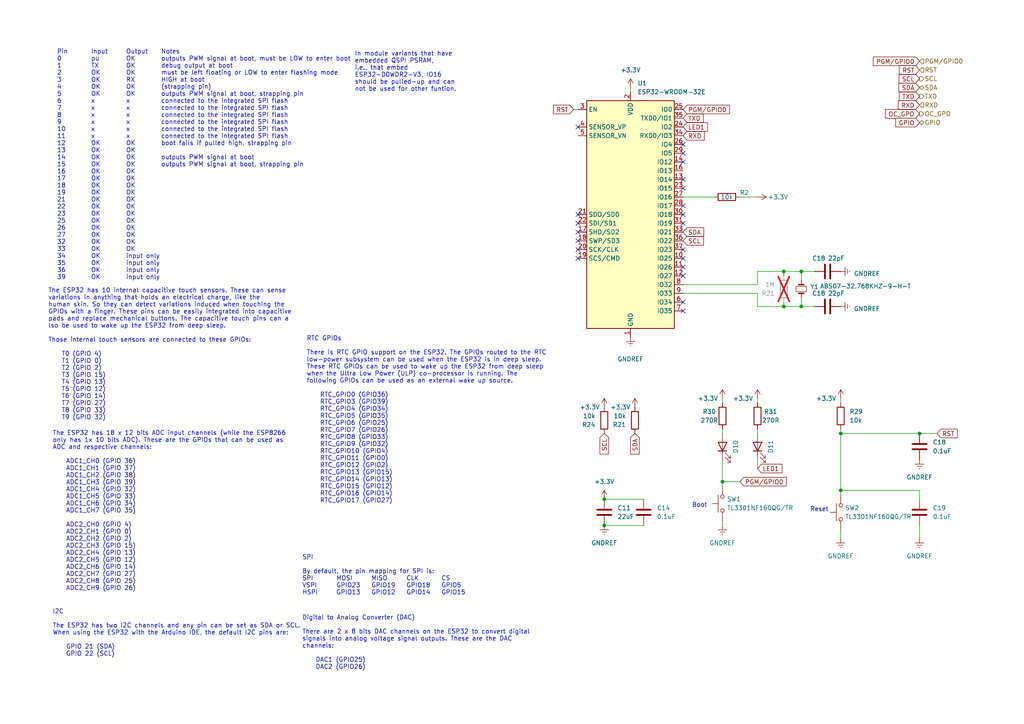
<source format=kicad_sch>
(kicad_sch (version 20230121) (generator eeschema)
  (paper "A4")
  (lib_symbols
    (symbol "Device:C" (pin_numbers hide) (pin_names (offset 0.254))
      (property "Reference" "C" (at 0.635 2.54 0))
      (property "Value" "C" (at 0.635 -2.54 0))
      (symbol "C_0_1"
        (polyline (pts (xy -2.032 -0.762) (xy 2.032 -0.762)) (stroke (width 0.508)))
        (polyline (pts (xy -2.032 0.762) (xy 2.032 0.762)) (stroke (width 0.508)))
      )
      (symbol "C_1_1"
        (pin passive line (at 0 3.81 270) (length 2.794) (name "~") (number "1"))
        (pin passive line (at 0 -3.81 90) (length 2.794) (name "~") (number "2"))
      )
    )
    (symbol "Device:Crystal_Small" (pin_numbers hide) (pin_names (offset 1.016) hide)
      (property "Reference" "Y" (at 0 2.54 0))
      (property "Value" "Crystal_Small" (at 0 -2.54 0))
      (symbol "Crystal_Small_0_1"
        (rectangle (start -0.762 -1.524) (end 0.762 1.524))
        (polyline (pts (xy -1.27 -0.762) (xy -1.27 0.762)) (stroke (width 0.381)))
        (polyline (pts (xy 1.27 -0.762) (xy 1.27 0.762)) (stroke (width 0.381)))
      )
      (symbol "Crystal_Small_1_1"
        (pin passive line (at -2.54 0 0) (length 1.27) (name "1") (number "1"))
        (pin passive line (at 2.54 0 180) (length 1.27) (name "2") (number "2"))
      )
    )
    (symbol "Device:LED" (pin_numbers hide) (pin_names (offset 1.016) hide)
      (property "Reference" "D" (at 0 2.54 0))
      (property "Value" "LED" (at 0 -2.54 0))
      (symbol "LED_0_1"
        (polyline (pts (xy -1.27 -1.27) (xy -1.27 1.27)) (stroke (width 0.254)))
        (polyline (pts (xy -1.27 0) (xy 1.27 0)))
        (polyline (pts (xy 1.27 -1.27) (xy 1.27 1.27) (xy -1.27 0) (xy 1.27 -1.27)) (stroke (width 0.254)))
        (polyline (pts (xy -3.048 -0.762) (xy -4.572 -2.286) (xy -3.81 -2.286) (xy -4.572 -2.286) (xy -4.572 -1.524)))
        (polyline (pts (xy -1.778 -0.762) (xy -3.302 -2.286) (xy -2.54 -2.286) (xy -3.302 -2.286) (xy -3.302 -1.524)))
      )
      (symbol "LED_1_1"
        (pin passive line (at -3.81 0 0) (length 2.54) (name "K") (number "1"))
        (pin passive line (at 3.81 0 180) (length 2.54) (name "A") (number "2"))
      )
    )
    (symbol "Device:R" (pin_numbers hide) (pin_names (offset 0))
      (property "Reference" "R" (at 2.032 0 90))
      (property "Value" "R" (at 0 0 90))
      (symbol "R_0_1"
        (rectangle (start -1.016 -2.54) (end 1.016 2.54) (stroke (width 0.254)))
      )
      (symbol "R_1_1"
        (pin passive line (at 0 3.81 270) (length 1.27) (name "~") (number "1"))
        (pin passive line (at 0 -3.81 90) (length 1.27) (name "~") (number "2"))
      )
    )
    (symbol "RF_Module:ESP32-WROOM-32D"
      (property "Reference" "U" (at -12.7 34.29 0))
      (property "Value" "ESP32-WROOM-32D" (at 1.27 34.29 0))
      (symbol "ESP32-WROOM-32D_0_1"
        (rectangle (start -12.7 33.02) (end 12.7 -33.02) (stroke (width 0.254)) (fill (type background)))
      )
      (symbol "ESP32-WROOM-32D_1_1"
        (pin power_in line (at 0 -35.56 90) (length 2.54) (name "GND") (number "1"))
        (pin bidirectional line (at 15.24 -12.7 180) (length 2.54) (name "IO25") (number "10"))
        (pin bidirectional line (at 15.24 -15.24 180) (length 2.54) (name "IO26") (number "11"))
        (pin bidirectional line (at 15.24 -17.78 180) (length 2.54) (name "IO27") (number "12"))
        (pin bidirectional line (at 15.24 10.16 180) (length 2.54) (name "IO14") (number "13"))
        (pin bidirectional line (at 15.24 15.24 180) (length 2.54) (name "IO12") (number "14"))
        (pin passive line (at 0 -35.56 90) (length 2.54) hide (name "GND") (number "15"))
        (pin bidirectional line (at 15.24 12.7 180) (length 2.54) (name "IO13") (number "16"))
        (pin bidirectional line (at -15.24 -5.08 0) (length 2.54) (name "SHD/SD2") (number "17"))
        (pin bidirectional line (at -15.24 -7.62 0) (length 2.54) (name "SWP/SD3") (number "18"))
        (pin bidirectional line (at -15.24 -12.7 0) (length 2.54) (name "SCS/CMD") (number "19"))
        (pin power_in line (at 0 35.56 270) (length 2.54) (name "VDD") (number "2"))
        (pin bidirectional line (at -15.24 -10.16 0) (length 2.54) (name "SCK/CLK") (number "20"))
        (pin bidirectional line (at -15.24 0 0) (length 2.54) (name "SDO/SD0") (number "21"))
        (pin bidirectional line (at -15.24 -2.54 0) (length 2.54) (name "SDI/SD1") (number "22"))
        (pin bidirectional line (at 15.24 7.62 180) (length 2.54) (name "IO15") (number "23"))
        (pin bidirectional line (at 15.24 25.4 180) (length 2.54) (name "IO2") (number "24"))
        (pin bidirectional line (at 15.24 30.48 180) (length 2.54) (name "IO0") (number "25"))
        (pin bidirectional line (at 15.24 20.32 180) (length 2.54) (name "IO4") (number "26"))
        (pin bidirectional line (at 15.24 5.08 180) (length 2.54) (name "IO16") (number "27"))
        (pin bidirectional line (at 15.24 2.54 180) (length 2.54) (name "IO17") (number "28"))
        (pin bidirectional line (at 15.24 17.78 180) (length 2.54) (name "IO5") (number "29"))
        (pin input line (at -15.24 30.48 0) (length 2.54) (name "EN") (number "3"))
        (pin bidirectional line (at 15.24 0 180) (length 2.54) (name "IO18") (number "30"))
        (pin bidirectional line (at 15.24 -2.54 180) (length 2.54) (name "IO19") (number "31"))
        (pin no_connect line (at -12.7 -27.94 0) (length 2.54) hide (name "NC") (number "32"))
        (pin bidirectional line (at 15.24 -5.08 180) (length 2.54) (name "IO21") (number "33"))
        (pin bidirectional line (at 15.24 22.86 180) (length 2.54) (name "RXD0/IO3") (number "34"))
        (pin bidirectional line (at 15.24 27.94 180) (length 2.54) (name "TXD0/IO1") (number "35"))
        (pin bidirectional line (at 15.24 -7.62 180) (length 2.54) (name "IO22") (number "36"))
        (pin bidirectional line (at 15.24 -10.16 180) (length 2.54) (name "IO23") (number "37"))
        (pin passive line (at 0 -35.56 90) (length 2.54) hide (name "GND") (number "38"))
        (pin passive line (at 0 -35.56 90) (length 2.54) hide (name "GND") (number "39"))
        (pin input line (at -15.24 25.4 0) (length 2.54) (name "SENSOR_VP") (number "4"))
        (pin input line (at -15.24 22.86 0) (length 2.54) (name "SENSOR_VN") (number "5"))
        (pin input line (at 15.24 -25.4 180) (length 2.54) (name "IO34") (number "6"))
        (pin input line (at 15.24 -27.94 180) (length 2.54) (name "IO35") (number "7"))
        (pin bidirectional line (at 15.24 -20.32 180) (length 2.54) (name "IO32") (number "8"))
        (pin bidirectional line (at 15.24 -22.86 180) (length 2.54) (name "IO33") (number "9"))
      )
    )
    (symbol "Switch:SW_Push" (pin_numbers hide) (pin_names (offset 1.016) hide)
      (property "Reference" "SW" (at 1.27 2.54 0))
      (property "Value" "SW_Push" (at 0 -1.524 0))
      (symbol "SW_Push_0_1"
        (circle (center -2.032 0) (radius 0.508))
        (polyline (pts (xy 0 1.27) (xy 0 3.048)))
        (polyline (pts (xy 2.54 1.27) (xy -2.54 1.27)))
        (circle (center 2.032 0) (radius 0.508))
        (pin passive line (at -5.08 0 0) (length 2.54) (name "1") (number "1"))
        (pin passive line (at 5.08 0 180) (length 2.54) (name "2") (number "2"))
      )
    )
    (symbol "power:+3.3V" (power) (pin_names (offset 0))
      (property "Value" "+3.3V" (at 0 3.556 0))
      (symbol "+3.3V_0_1"
        (polyline (pts (xy -0.762 1.27) (xy 0 2.54)))
        (polyline (pts (xy 0 0) (xy 0 2.54)))
        (polyline (pts (xy 0 2.54) (xy 0.762 1.27)))
      )
      (symbol "+3.3V_1_1"
        (pin power_in line (at 0 0 90) (length 0) hide (name "+3.3V") (number "1"))
      )
    )
    (symbol "power:GNDREF" (power) (pin_names (offset 0))
      (property "Value" "GNDREF" (at 0 -3.81 0))
      (symbol "GNDREF_0_1"
        (polyline (pts (xy -0.635 -1.905) (xy 0.635 -1.905)))
        (polyline (pts (xy -0.127 -2.54) (xy 0.127 -2.54)))
        (polyline (pts (xy 0 -1.27) (xy 0 0)))
        (polyline (pts (xy 1.27 -1.27) (xy -1.27 -1.27)))
      )
      (symbol "GNDREF_1_1"
        (pin power_in line (at 0 0 270) (length 0) hide (name "GNDREF") (number "1"))
      )
    )
  )
  (junction (at 209.55 139.7))
  (junction (at 175.26 152.4))
  (junction (at 232.41 88.9))
  (junction (at 243.84 142.24))
  (junction (at 266.7 125.73))
  (junction (at 232.41 78.74))
  (junction (at 243.84 125.73))
  (junction (at 175.26 144.78))
  (junction (at 227.33 88.9))
  (junction (at 227.33 78.74))
  (no_connect (at 167.64 64.77))
  (no_connect (at 198.12 64.77))
  (no_connect (at 167.64 69.85))
  (no_connect (at 198.12 54.61))
  (no_connect (at 167.64 36.83))
  (no_connect (at 167.64 74.93))
  (no_connect (at 198.12 59.69))
  (no_connect (at 198.12 77.47))
  (no_connect (at 198.12 52.07))
  (no_connect (at 198.12 87.63))
  (no_connect (at 198.12 90.17))
  (no_connect (at 198.12 74.93))
  (no_connect (at 198.12 62.23))
  (no_connect (at 167.64 72.39))
  (no_connect (at 198.12 72.39))
  (no_connect (at 167.64 62.23))
  (no_connect (at 198.12 41.91))
  (no_connect (at 167.64 67.31))
  (no_connect (at 198.12 44.45))
  (no_connect (at 198.12 46.99))
  (no_connect (at 198.12 80.01))
  (wire (pts (xy 219.71 115.57) (xy 219.71 116.84)))
  (wire (pts (xy 266.7 152.4) (xy 266.7 156.21)))
  (wire (pts (xy 214.63 57.15) (xy 219.71 57.15)))
  (wire (pts (xy 219.71 133.35) (xy 219.71 135.89)))
  (wire (pts (xy 209.55 139.7) (xy 214.63 139.7)))
  (wire (pts (xy 209.55 133.35) (xy 209.55 139.7)))
  (wire (pts (xy 232.41 78.74) (xy 232.41 81.28)))
  (wire (pts (xy 232.41 78.74) (xy 236.22 78.74)))
  (wire (pts (xy 243.84 142.24) (xy 243.84 143.51)))
  (wire (pts (xy 227.33 78.74) (xy 232.41 78.74)))
  (wire (pts (xy 266.7 125.73) (xy 271.78 125.73)))
  (wire (pts (xy 198.12 82.55) (xy 219.71 82.55)))
  (wire (pts (xy 209.55 124.46) (xy 209.55 125.73)))
  (wire (pts (xy 243.84 124.46) (xy 243.84 125.73)))
  (wire (pts (xy 243.84 156.21) (xy 243.84 153.67)))
  (wire (pts (xy 207.01 57.15) (xy 198.12 57.15)))
  (wire (pts (xy 219.71 88.9) (xy 227.33 88.9)))
  (wire (pts (xy 219.71 82.55) (xy 219.71 78.74)))
  (wire (pts (xy 182.88 25.4) (xy 182.88 26.67)))
  (wire (pts (xy 243.84 125.73) (xy 266.7 125.73)))
  (wire (pts (xy 227.33 88.9) (xy 232.41 88.9)))
  (wire (pts (xy 227.33 87.63) (xy 227.33 88.9)))
  (wire (pts (xy 166.37 31.75) (xy 167.64 31.75)))
  (wire (pts (xy 209.55 140.97) (xy 209.55 139.7)))
  (wire (pts (xy 243.84 115.57) (xy 243.84 116.84)))
  (wire (pts (xy 227.33 78.74) (xy 227.33 80.01)))
  (wire (pts (xy 186.69 144.78) (xy 175.26 144.78)))
  (wire (pts (xy 186.69 152.4) (xy 175.26 152.4)))
  (wire (pts (xy 209.55 115.57) (xy 209.55 116.84)))
  (wire (pts (xy 243.84 125.73) (xy 243.84 142.24)))
  (wire (pts (xy 219.71 124.46) (xy 219.71 125.73)))
  (wire (pts (xy 209.55 152.4) (xy 209.55 151.13)))
  (wire (pts (xy 266.7 142.24) (xy 243.84 142.24)))
  (wire (pts (xy 219.71 85.09) (xy 219.71 88.9)))
  (wire (pts (xy 219.71 78.74) (xy 227.33 78.74)))
  (wire (pts (xy 232.41 88.9) (xy 236.22 88.9)))
  (wire (pts (xy 232.41 86.36) (xy 232.41 88.9)))
  (wire (pts (xy 198.12 85.09) (xy 219.71 85.09)))
  (wire (pts (xy 266.7 144.78) (xy 266.7 142.24)))
  (text "SPI\n\nBy default, the pin mapping for SPI is:\nSPI   	MOSI	MISO	CLK 	CS\nVSPI	GPIO23	GPIO19	GPIO18	GPIO5\nHSPI	GPIO13	GPIO12	GPIO14	GPIO15" (at 87.63 172.72 0) (effects (font (size 1.27 1.27)) (justify left bottom)))
  (text "The ESP32 has 18 x 12 bits ADC input channels (while the ESP8266 \nonly has 1x 10 bits ADC). These are the GPIOs that can be used as \nADC and respective channels:\n\n    ADC1_CH0 (GPIO 36)\n    ADC1_CH1 (GPIO 37)\n    ADC1_CH2 (GPIO 38)\n    ADC1_CH3 (GPIO 39)\n    ADC1_CH4 (GPIO 32)\n    ADC1_CH5 (GPIO 33)\n    ADC1_CH6 (GPIO 34)\n    ADC1_CH7 (GPIO 35)\n\n    ADC2_CH0 (GPIO 4)\n    ADC2_CH1 (GPIO 0)\n    ADC2_CH2 (GPIO 2)\n    ADC2_CH3 (GPIO 15)\n    ADC2_CH4 (GPIO 13)\n    ADC2_CH5 (GPIO 12)\n    ADC2_CH6 (GPIO 14)\n    ADC2_CH7 (GPIO 27)\n    ADC2_CH8 (GPIO 25)\n    ADC2_CH9 (GPIO 26)" (at 15.24 171.45 0) (effects (font (size 1.27 1.27)) (justify left bottom)))
  (text "I2C\n\nThe ESP32 has two I2C channels and any pin can be set as SDA or SCL.\nWhen using the ESP32 with the Arduino IDE, the default I2C pins are:\n\n    GPIO 21 (SDA)\n    GPIO 22 (SCL)" (at 15.24 190.5 0) (effects (font (size 1.27 1.27)) (justify left bottom)))
  (text "Digital to Analog Converter (DAC)\n\nThere are 2 x 8 bits DAC channels on the ESP32 to convert digital \nsignals into analog voltage signal outputs. These are the DAC \nchannels:\n\n    DAC1 (GPIO25)\n    DAC2 (GPIO26)" (at 87.63 194.31 0) (effects (font (size 1.27 1.27)) (justify left bottom)))
  (text "Boot" (at 200.66 147.32 0) (effects (font (size 1.27 1.27)) (justify left bottom)))
  (text "RTC GPIOs\n\nThere is RTC GPIO support on the ESP32. The GPIOs routed to the RTC\nlow-power subsystem can be used when the ESP32 is in deep sleep. \nThese RTC GPIOs can be used to wake up the ESP32 from deep sleep \nwhen the Ultra Low Power (ULP) co-processor is running. The \nfollowing GPIOs can be used as an external wake up source.\n\n    RTC_GPIO0 (GPIO36)\n    RTC_GPIO3 (GPIO39)\n    RTC_GPIO4 (GPIO34)\n    RTC_GPIO5 (GPIO35)\n    RTC_GPIO6 (GPIO25)\n    RTC_GPIO7 (GPIO26)\n    RTC_GPIO8 (GPIO33)\n    RTC_GPIO9 (GPIO32)\n    RTC_GPIO10 (GPIO4)\n    RTC_GPIO11 (GPIO0)\n    RTC_GPIO12 (GPIO2)\n    RTC_GPIO13 (GPIO15)\n    RTC_GPIO14 (GPIO13)\n    RTC_GPIO15 (GPIO12)\n    RTC_GPIO16 (GPIO14)\n    RTC_GPIO17 (GPIO27)" (at 88.9 146.05 0) (effects (font (size 1.27 1.27)) (justify left bottom)))
  (text "Reset" (at 234.95 148.59 0) (effects (font (size 1.27 1.27)) (justify left bottom)))
  (text "The ESP32 has 10 internal capacitive touch sensors. These can sense \nvariations in anything that holds an electrical charge, like the \nhuman skin. So they can detect variations induced when touching the \nGPIOs with a finger. These pins can be easily integrated into capacitive\npads and replace mechanical buttons. The capacitive touch pins can a\nlso be used to wake up the ESP32 from deep sleep.\n\nThose internal touch sensors are connected to these GPIOs:\n\n    T0 (GPIO 4)\n    T1 (GPIO 0)\n    T2 (GPIO 2)\n    T3 (GPIO 15)\n    T4 (GPIO 13)\n    T5 (GPIO 12)\n    T6 (GPIO 14)\n    T7 (GPIO 27)\n    T8 (GPIO 33)\n    T9 (GPIO 32)" (at 13.97 121.92 0) (effects (font (size 1.27 1.27)) (justify left bottom)))
  (text "Pin		Input	Output	Notes\n0		pu		OK		outputs PWM signal at boot, must be LOW to enter boot\n1		TX 		OK		debug output at boot\n2		OK		OK		must be left floating or LOW to enter flashing mode\n3		OK		RX 		HIGH at boot\n4		OK		OK		(strapping pin)\n5		OK		OK		outputs PWM signal at boot, strapping pin\n6		x		x		connected to the integrated SPI flash\n7		x		x		connected to the integrated SPI flash\n8		x		x		connected to the integrated SPI flash\n9		x		x		connected to the integrated SPI flash\n10		x		x		connected to the integrated SPI flash\n11		x		x		connected to the integrated SPI flash\n12		OK		OK		boot fails if pulled high, strapping pin\n13		OK		OK		\n14		OK		OK		outputs PWM signal at boot\n15		OK		OK		outputs PWM signal at boot, strapping pin\n16		OK		OK		\n17		OK		OK		\n18		OK		OK		\n19		OK		OK		\n21		OK		OK		\n22		OK		OK		\n23		OK		OK		\n25		OK		OK		\n26		OK		OK		\n27		OK		OK		\n32		OK		OK		\n33		OK		OK		\n34		OK		input only\n35		OK		input only\n36		OK		input only\n39		OK		input only" (at 16.51 81.28 0) (effects (font (size 1.27 1.27)) (justify left bottom)))
  (text "In module variants that have\nembedded QSPI PSRAM,\ni.e., that embed\nESP32-D0WDR2-V3, IO16\nshould be pulled-up and can\nnot be used for other funtion." (at 102.87 26.67 0) (effects (font (size 1.27 1.27)) (justify left bottom)))
  (global_label "LED1" (shape input) (at 219.71 135.89 0) (property "Intersheetrefs" "${INTERSHEET_REFS}" (effects hide)))
  (global_label "PGM{slash}GPIO0" (shape input) (at 266.7 17.78 180) (property "Intersheetrefs" "${INTERSHEET_REFS}" (effects hide)))
  (global_label "RST" (shape input) (at 271.78 125.73 0) (property "Intersheetrefs" "${INTERSHEET_REFS}" (effects hide)))
  (global_label "GPIO" (shape input) (at 266.7 35.56 180) (property "Intersheetrefs" "${INTERSHEET_REFS}" (effects hide)))
  (global_label "SCL" (shape input) (at 266.7 22.86 180) (property "Intersheetrefs" "${INTERSHEET_REFS}" (effects hide)))
  (global_label "SCL" (shape input) (at 175.26 125.73 270) (property "Intersheetrefs" "${INTERSHEET_REFS}" (effects hide)))
  (global_label "RXD" (shape input) (at 198.12 39.37 0) (property "Intersheetrefs" "${INTERSHEET_REFS}" (effects hide)))
  (global_label "TXD" (shape input) (at 266.7 27.94 180) (property "Intersheetrefs" "${INTERSHEET_REFS}" (effects hide)))
  (global_label "RST" (shape input) (at 266.7 20.32 180) (property "Intersheetrefs" "${INTERSHEET_REFS}" (effects hide)))
  (global_label "LED1" (shape input) (at 198.12 36.83 0) (property "Intersheetrefs" "${INTERSHEET_REFS}" (effects hide)))
  (global_label "SDA" (shape input) (at 184.15 125.73 270) (property "Intersheetrefs" "${INTERSHEET_REFS}" (effects hide)))
  (global_label "RXD" (shape input) (at 266.7 30.48 180) (property "Intersheetrefs" "${INTERSHEET_REFS}" (effects hide)))
  (global_label "RST" (shape input) (at 166.37 31.75 180) (property "Intersheetrefs" "${INTERSHEET_REFS}" (effects hide)))
  (global_label "TXD" (shape input) (at 198.12 34.29 0) (property "Intersheetrefs" "${INTERSHEET_REFS}" (effects hide)))
  (global_label "PGM{slash}GPIO0" (shape input) (at 198.12 31.75 0) (property "Intersheetrefs" "${INTERSHEET_REFS}" (effects hide)))
  (global_label "SDA" (shape input) (at 266.7 25.4 180) (property "Intersheetrefs" "${INTERSHEET_REFS}" (effects hide)))
  (global_label "OC_GPO" (shape input) (at 266.7 33.02 180) (property "Intersheetrefs" "${INTERSHEET_REFS}" (effects hide)))
  (global_label "SDA" (shape input) (at 198.12 67.31 0) (property "Intersheetrefs" "${INTERSHEET_REFS}" (effects hide)))
  (global_label "SCL" (shape input) (at 198.12 69.85 0) (property "Intersheetrefs" "${INTERSHEET_REFS}" (effects hide)))
  (global_label "PGM{slash}GPIO0" (shape input) (at 214.63 139.7 0) (property "Intersheetrefs" "${INTERSHEET_REFS}" (effects hide)))
  (hierarchical_label "PGM{slash}GPIO0" (shape input) (at 266.7 17.78 0))
  (hierarchical_label "SDA" (shape bidirectional) (at 266.7 25.4 0))
  (hierarchical_label "TXD" (shape output) (at 266.7 27.94 0))
  (hierarchical_label "RST" (shape input) (at 266.7 20.32 0))
  (hierarchical_label "RXD" (shape input) (at 266.7 30.48 0))
  (hierarchical_label "SCL" (shape output) (at 266.7 22.86 0))
  (hierarchical_label "GPIO" (shape bidirectional) (at 266.7 35.56 0))
  (hierarchical_label "OC_GPO" (shape output) (at 266.7 33.02 0))
  (symbol (lib_id "Device:Crystal_Small") (at 232.41 83.82 90) (unit 1)
    (property "Reference" "Y1" (at 234.95 83.185 90) (effects (justify right)))
    (property "Value" "ABS07-32.768KHZ-9-H-T" (at 237.8133 83.0007 90) (effects (justify right)))
    (property "Footprint" "Crystal:Crystal_SMD_3215-2Pin_3.2x1.5mm" (effects hide))
    (property "Datasheet" "https://no.mouser.com/datasheet/2/3/ABS07-3080027.pdf" (effects hide))
    (property "Supplier Part Number" "ABS07-32.768KHZ-9-H-T" (effects hide))
  )
  (symbol (lib_id "power:GNDREF") (at 266.7 133.35 0) (unit 1)
    (property "Reference" "#PWR046" (effects hide))
    (property "Value" "GNDREF" (at 266.7 138.43 0))
    (instances (project "esprelay" (path "" (reference "#PWR046") (unit 1)) (path "" (reference "#PWR034") (unit 1))) (project "opengeiger" (path "" (reference "#PWR030") (unit 1))))
  )
  (symbol (lib_id "Device:R") (at 184.15 121.92 0) (unit 1)
    (property "Reference" "R21" (at 181.61 123.1901 0) (effects (justify right)))
    (property "Value" "10k" (at 181.61 120.6501 0) (effects (justify right)))
    (property "Footprint" "Resistor_SMD:R_0603_1608Metric_Pad0.98x0.95mm_HandSolder" (effects hide))
    (property "MPN" "RMCF0603JT10K0" (effects hide))
    (property "INFO" "DIGIKEY" (effects hide))
    (property "Supplier Part Number" "RMCF0603JT10K0DKR-ND" (effects hide))
    (instances (project "esprelay" (path "" (reference "R21") (unit 1)) (path "" (reference "R10") (unit 1)) (path "" (reference "R10") (unit 1))) (project "opengeiger" (path "" (reference "R16") (unit 1))))
  )
  (symbol (lib_id "power:+3.3V") (at 175.26 118.11 0) (unit 1)
    (property "Reference" "#PWR030" (effects hide))
    (property "Value" "+3.3V" (at 173.99 118.11 0) (effects (justify right)))
    (instances (project "esprelay" (path "" (reference "#PWR030") (unit 1)) (path "" (reference "#PWR026") (unit 1)) (path "" (reference "#PWR026") (unit 1))) (project "opengeiger" (path "" (reference "#PWR0110") (unit 1))))
  )
  (symbol (lib_id "power:+3.3V") (at 209.55 115.57 0) (unit 1)
    (property "Reference" "#PWR049" (effects hide))
    (property "Value" "+3.3V" (at 208.28 115.57 0) (effects (justify right)))
    (instances (project "esprelay" (path "" (reference "#PWR049") (unit 1)) (path "" (reference "#PWR039") (unit 1))) (project "opengeiger" (path "" (reference "#PWR035") (unit 1))))
  )
  (symbol (lib_id "power:+3.3V") (at 219.71 115.57 0) (unit 1)
    (property "Reference" "#PWR050" (effects hide))
    (property "Value" "+3.3V" (at 218.44 115.57 0) (effects (justify right)))
    (instances (project "esprelay" (path "" (reference "#PWR050") (unit 1)) (path "" (reference "#PWR040") (unit 1))) (project "opengeiger" (path "" (reference "#PWR036") (unit 1))))
  )
  (symbol (lib_id "Device:R") (at 243.84 120.65 180) (unit 1)
    (property "Reference" "R29" (at 246.38 119.3799 0) (effects (justify right)))
    (property "Value" "10k" (at 246.38 121.9199 0) (effects (justify right)))
    (property "Footprint" "Resistor_SMD:R_0603_1608Metric_Pad0.98x0.95mm_HandSolder" (effects hide))
    (property "MPN" "RMCF0603JT10K0" (effects hide))
    (property "INFO" "DIGIKEY" (effects hide))
    (property "Supplier Part Number" "RMCF0603JT10K0DKR-ND" (effects hide))
    (instances (project "esprelay" (path "" (reference "R29") (unit 1)) (path "" (reference "R2") (unit 1))) (project "opengeiger" (path "" (reference "R8") (unit 1))))
  )
  (symbol (lib_id "Device:R") (at 175.26 121.92 0) (unit 1)
    (property "Reference" "R24" (at 172.72 123.1901 0) (effects (justify right)))
    (property "Value" "10k" (at 172.72 120.6501 0) (effects (justify right)))
    (property "Footprint" "Resistor_SMD:R_0603_1608Metric_Pad0.98x0.95mm_HandSolder" (effects hide))
    (property "MPN" "RMCF0603JT10K0" (effects hide))
    (property "INFO" "DIGIKEY" (effects hide))
    (property "Supplier Part Number" "RMCF0603JT10K0DKR-ND" (effects hide))
    (instances (project "esprelay" (path "" (reference "R24") (unit 1)) (path "" (reference "R11") (unit 1)) (path "" (reference "R11") (unit 1))) (project "opengeiger" (path "" (reference "R17") (unit 1))))
  )
  (symbol (lib_id "Device:C") (at 266.7 148.59 0) (unit 1)
    (property "Reference" "C19" (at 270.51 147.3199 0) (effects (justify left)))
    (property "Value" "0.1uF" (at 270.51 149.8599 0) (effects (justify left)))
    (property "Footprint" "Capacitor_SMD:C_0603_1608Metric_Pad1.08x0.95mm_HandSolder" (effects hide))
    (property "MPN" "06035C104KAT4A" (effects hide))
    (property "INFO" "DIGIKEY" (effects hide))
    (property "Supplier Part Number" "478-10346-1-ND" (effects hide))
    (instances (project "esprelay" (path "" (reference "C19") (unit 1)) (path "" (reference "C6") (unit 1))) (project "opengeiger" (path "" (reference "C9") (unit 1))))
  )
  (symbol (lib_id "Device:C") (at 186.69 148.59 0) (unit 1)
    (property "Reference" "C14" (at 190.5 147.3199 0) (effects (justify left)))
    (property "Value" "0.1uF" (at 190.5 149.8599 0) (effects (justify left)))
    (property "Footprint" "Capacitor_SMD:C_0603_1608Metric_Pad1.08x0.95mm_HandSolder" (effects hide))
    (property "MPN" "06035C104KAT4A" (effects hide))
    (property "INFO" "DIGIKEY" (effects hide))
    (property "Supplier Part Number" "478-10346-1-ND" (effects hide))
    (instances (project "esprelay" (path "" (reference "C14") (unit 1)) (path "" (reference "C8") (unit 1))) (project "opengeiger" (path "" (reference "C6") (unit 1))))
  )
  (symbol (lib_id "power:+3.3V") (at 175.26 144.78 0) (unit 1)
    (property "Reference" "#PWR018" (effects hide))
    (property "Value" "+3.3V" (at 175.26 139.7 0))
    (instances (project "esprelay" (path "" (reference "#PWR018") (unit 1)) (path "" (reference "#PWR041") (unit 1))) (project "opengeiger" (path "" (reference "#PWR016") (unit 1))))
  )
  (symbol (lib_id "power:GNDREF") (at 243.84 88.9 90) (unit 1)
    (property "Reference" "#PWR043" (effects hide))
    (property "Value" "GNDREF" (at 247.65 89.535 90) (effects (justify right)))
    (instances (project "esprelay" (path "" (reference "#PWR043") (unit 1)) (path "" (reference "#PWR046") (unit 1))) (project "opengeiger" (path "" (reference "#PWR032") (unit 1))))
  )
  (symbol (lib_id "power:+3.3V") (at 219.71 57.15 270) (unit 1)
    (property "Reference" "#PWR015" (effects hide))
    (property "Value" "+3.3V" (at 228.6 57.15 90) (effects (justify right)))
    (instances (project "esprelay" (path "" (reference "#PWR015") (unit 1)) (path "" (reference "#PWR038") (unit 1))) (project "opengeiger" (path "" (reference "#PWR013") (unit 1))))
  )
  (symbol (lib_id "Device:R") (at 219.71 120.65 0) (unit 1)
    (property "Reference" "R31" (at 223.52 119.38 0))
    (property "Value" "270R" (at 223.52 121.92 0))
    (property "Footprint" "Resistor_SMD:R_0603_1608Metric_Pad0.98x0.95mm_HandSolder" (effects hide))
    (property "MPN" "RC0603JR-07270RL" (effects hide))
    (property "INFO" "DIGIKEY" (effects hide))
    (property "Supplier Part Number" "311-270GRDKR-ND" (effects hide))
    (instances (project "esprelay" (path "" (reference "R31") (unit 1)) (path "" (reference "R14") (unit 1))) (project "opengeiger" (path "" (reference "R10") (unit 1))))
  )
  (symbol (lib_id "power:GNDREF") (at 266.7 156.21 0) (unit 1)
    (property "Reference" "#PWR047" (effects hide))
    (property "Value" "GNDREF" (at 266.7 161.29 0))
    (instances (project "esprelay" (path "" (reference "#PWR047") (unit 1)) (path "" (reference "#PWR037") (unit 1))) (project "opengeiger" (path "" (reference "#PWR031") (unit 1))))
  )
  (symbol (lib_id "Switch:SW_Push") (at 243.84 148.59 90) (unit 1)
    (property "Reference" "SW2" (at 245.11 147.3199 90) (effects (justify right)))
    (property "Value" "TL3301NF160QG/TR" (at 245.11 149.8599 90) (effects (justify right)))
    (property "Footprint" "eikgeiger:SW_TL3301NF160QG_TR" (effects hide))
    (property "MPN" "TL3301NF160QG/TR" (effects hide))
    (property "INFO" "DIGIKEY" (effects hide))
    (property "Supplier Part Number" "141-TL3301NF160QG-KRDKR-ND" (effects hide))
    (instances (project "esprelay" (path "" (reference "SW2") (unit 1)) (path "" (reference "SW2") (unit 1))) (project "opengeiger" (path "" (reference "SW1") (unit 1))))
  )
  (symbol (lib_id "Device:C") (at 240.03 88.9 90) (unit 1)
    (property "Reference" "C18" (at 237.49 85.09 90))
    (property "Value" "22pF" (at 242.57 85.09 90))
    (property "Footprint" "Capacitor_SMD:C_0603_1608Metric_Pad1.08x0.95mm_HandSolder" (effects hide))
    (property "INFO" "DIGIKEY" (effects hide))
    (instances (project "esprelay" (path "" (reference "C18") (unit 1)) (path "" (reference "C10") (unit 1))) (project "opengeiger" (path "" (reference "C8") (unit 1))))
  )
  (symbol (lib_id "Device:LED") (at 209.55 129.54 90) (unit 1)
    (property "Reference" "D10" (at 213.36 129.54 0))
    (property "Value" "0603RBD0700S01" (effects hide))
    (property "Footprint" "LED_SMD:LED_0603_1608Metric" (effects hide))
    (property "INFO" "DIGIKEY" (effects hide))
    (property "MPN" "0603RBD0700S01" (effects hide))
    (property "Supplier Part Number" "160-1447-6-ND" (effects hide))
    (instances (project "esprelay" (path "" (reference "D10") (unit 1)) (path "" (reference "D3") (unit 1))) (project "opengeiger" (path "" (reference "D3") (unit 1))))
  )
  (symbol (lib_id "power:+3.3V") (at 243.84 115.57 0) (unit 1)
    (property "Reference" "#PWR044" (effects hide))
    (property "Value" "+3.3V" (at 242.57 115.57 0) (effects (justify right)))
    (instances (project "esprelay" (path "" (reference "#PWR044") (unit 1)) (path "" (reference "#PWR018") (unit 1))) (project "opengeiger" (path "" (reference "#PWR026") (unit 1))))
  )
  (symbol (lib_id "power:GNDREF") (at 243.84 78.74 90) (unit 1)
    (property "Reference" "#PWR043" (effects hide))
    (property "Value" "GNDREF" (at 247.65 79.375 90) (effects (justify right)))
    (instances (project "esprelay" (path "" (reference "#PWR043") (unit 1)) (path "" (reference "#PWR047") (unit 1))) (project "opengeiger" (path "" (reference "#PWR032") (unit 1))))
  )
  (symbol (lib_id "Device:C") (at 175.26 148.59 0) (unit 1)
    (property "Reference" "C11" (at 179.07 147.3199 0) (effects (justify left)))
    (property "Value" "22uF" (at 179.07 149.8599 0) (effects (justify left)))
    (property "Footprint" "Capacitor_SMD:C_0805_2012Metric_Pad1.18x1.45mm_HandSolder" (effects hide))
    (property "MPN" "CL21A226MOCLRNC" (effects hide))
    (property "INFO" "DIGIKEY" (effects hide))
    (property "Supplier Part Number" "1276-6780-6-ND" (effects hide))
    (instances (project "esprelay" (path "" (reference "C11") (unit 1)) (path "" (reference "C7") (unit 1))) (project "opengeiger" (path "" (reference "C5") (unit 1))))
  )
  (symbol (lib_id "Device:LED") (at 219.71 129.54 90) (unit 1)
    (property "Reference" "D11" (at 223.52 129.54 0))
    (property "Value" "0603RBD0700S01" (effects hide))
    (property "Footprint" "LED_SMD:LED_0603_1608Metric" (effects hide))
    (property "INFO" "DIGIKEY" (effects hide))
    (property "MPN" "0603RBD0700S01" (effects hide))
    (property "Supplier Part Number" "160-1447-6-ND" (effects hide))
    (instances (project "esprelay" (path "" (reference "D11") (unit 1)) (path "" (reference "D4") (unit 1))) (project "opengeiger" (path "" (reference "D4") (unit 1))))
  )
  (symbol (lib_id "power:+3.3V") (at 182.88 25.4 0) (unit 1)
    (property "Reference" "#PWR07" (effects hide))
    (property "Value" "+3.3V" (at 182.88 20.32 0))
    (instances (project "esprelay" (path "" (reference "#PWR07") (unit 1)) (path "" (reference "#PWR08") (unit 1))) (project "opengeiger" (path "" (reference "#PWR04") (unit 1))))
  )
  (symbol (lib_id "power:GNDREF") (at 209.55 152.4 0) (unit 1)
    (property "Reference" "#PWR043" (effects hide))
    (property "Value" "GNDREF" (at 209.55 157.48 0))
    (instances (project "esprelay" (path "" (reference "#PWR043") (unit 1)) (path "" (reference "#PWR07") (unit 1))) (project "opengeiger" (path "" (reference "#PWR032") (unit 1))))
  )
  (symbol (lib_id "Device:R") (at 227.33 83.82 0) (unit 1) (dnp yes)
    (property "Reference" "R21" (at 224.79 85.0901 0) (effects (justify right)))
    (property "Value" "1M" (at 224.79 82.5501 0) (effects (justify right)))
    (property "Footprint" "Resistor_SMD:R_0603_1608Metric_Pad0.98x0.95mm_HandSolder" (effects hide))
    (property "INFO" "DIGIKEY" (effects hide))
    (instances (project "esprelay" (path "" (reference "R21") (unit 1)) (path "" (reference "R10") (unit 1)) (path "" (reference "R15") (unit 1))) (project "opengeiger" (path "" (reference "R16") (unit 1))))
  )
  (symbol (lib_id "power:+3.3V") (at 184.15 118.11 0) (unit 1)
    (property "Reference" "#PWR026" (effects hide))
    (property "Value" "+3.3V" (at 182.88 118.11 0) (effects (justify right)))
    (instances (project "esprelay" (path "" (reference "#PWR026") (unit 1)) (path "" (reference "#PWR025") (unit 1)) (path "" (reference "#PWR025") (unit 1))) (project "opengeiger" (path "" (reference "#PWR0109") (unit 1))))
  )
  (symbol (lib_id "Device:R") (at 210.82 57.15 90) (unit 1)
    (property "Reference" "R2" (at 215.9 55.88 90))
    (property "Value" "10k" (at 210.82 57.15 90))
    (property "Footprint" "Resistor_SMD:R_0603_1608Metric_Pad0.98x0.95mm_HandSolder" (effects hide))
    (property "MPN" "RMCF0603JT10K0" (effects hide))
    (property "INFO" "DIGIKEY" (effects hide))
    (property "Supplier Part Number" "RMCF0603JT10K0DKR-ND" (effects hide))
    (instances (project "esprelay" (path "" (reference "R2") (unit 1)) (path "" (reference "R12") (unit 1))) (project "opengeiger" (path "" (reference "R2") (unit 1))))
  )
  (symbol (lib_id "power:GNDREF") (at 175.26 152.4 0) (unit 1)
    (property "Reference" "#PWR019" (effects hide))
    (property "Value" "GNDREF" (at 175.26 157.48 0))
    (instances (project "esprelay" (path "" (reference "#PWR019") (unit 1)) (path "" (reference "#PWR042") (unit 1))) (project "opengeiger" (path "" (reference "#PWR017") (unit 1))))
  )
  (symbol (lib_id "Device:C") (at 266.7 129.54 0) (unit 1)
    (property "Reference" "C18" (at 270.51 128.2699 0) (effects (justify left)))
    (property "Value" "0.1uF" (at 270.51 130.8099 0) (effects (justify left)))
    (property "Footprint" "Capacitor_SMD:C_0603_1608Metric_Pad1.08x0.95mm_HandSolder" (effects hide))
    (property "MPN" "06035C104KAT4A" (effects hide))
    (property "INFO" "DIGIKEY" (effects hide))
    (property "Supplier Part Number" "478-10346-1-ND" (effects hide))
    (instances (project "esprelay" (path "" (reference "C18") (unit 1)) (path "" (reference "C5") (unit 1))) (project "opengeiger" (path "" (reference "C8") (unit 1))))
  )
  (symbol (lib_id "Switch:SW_Push") (at 209.55 146.05 90) (unit 1)
    (property "Reference" "SW1" (at 210.82 144.7799 90) (effects (justify right)))
    (property "Value" "TL3301NF160QG/TR" (at 210.82 147.3199 90) (effects (justify right)))
    (property "Footprint" "eikgeiger:SW_TL3301NF160QG_TR" (effects hide))
    (property "MPN" "TL3301NF160QG/TR" (effects hide))
    (property "INFO" "DIGIKEY" (effects hide))
    (property "Supplier Part Number" "141-TL3301NF160QG-KRDKR-ND" (effects hide))
    (instances (project "esprelay" (path "" (reference "SW1") (unit 1)) (path "" (reference "SW1") (unit 1))) (project "opengeiger" (path "" (reference "SW2") (unit 1))))
  )
  (symbol (lib_id "power:GNDREF") (at 243.84 156.21 0) (unit 1)
    (property "Reference" "#PWR045" (effects hide))
    (property "Value" "GNDREF" (at 243.84 161.29 0))
    (instances (project "esprelay" (path "" (reference "#PWR045") (unit 1)) (path "" (reference "#PWR019") (unit 1))) (project "opengeiger" (path "" (reference "#PWR027") (unit 1))))
  )
  (symbol (lib_id "Device:R") (at 209.55 120.65 0) (unit 1)
    (property "Reference" "R30" (at 205.74 119.38 0))
    (property "Value" "270R" (at 205.74 121.92 0))
    (property "Footprint" "Resistor_SMD:R_0603_1608Metric_Pad0.98x0.95mm_HandSolder" (effects hide))
    (property "MPN" "RC0603JR-07270RL" (effects hide))
    (property "INFO" "DIGIKEY" (effects hide))
    (property "Supplier Part Number" "311-270GRDKR-ND" (effects hide))
    (instances (project "esprelay" (path "" (reference "R30") (unit 1)) (path "" (reference "R13") (unit 1))) (project "opengeiger" (path "" (reference "R9") (unit 1))))
  )
  (symbol (lib_id "Device:C") (at 240.03 78.74 90) (unit 1)
    (property "Reference" "C18" (at 237.49 74.93 90))
    (property "Value" "22pF" (at 242.57 74.93 90))
    (property "Footprint" "Capacitor_SMD:C_0603_1608Metric_Pad1.08x0.95mm_HandSolder" (effects hide))
    (property "INFO" "DIGIKEY" (effects hide))
    (instances (project "esprelay" (path "" (reference "C18") (unit 1)) (path "" (reference "C9") (unit 1))) (project "opengeiger" (path "" (reference "C8") (unit 1))))
  )
  (symbol (lib_id "power:GNDREF") (at 182.88 97.79 0) (unit 1)
    (property "Reference" "#PWR08" (effects hide))
    (property "Value" "GNDREF" (at 182.88 104.14 0))
    (instances (project "esprelay" (path "" (reference "#PWR08") (unit 1)) (path "" (reference "#PWR015") (unit 1))) (project "opengeiger" (path "" (reference "#PWR05") (unit 1))))
  )
  (symbol (lib_id "RF_Module:ESP32-WROOM-32D") (at 182.88 62.23 0) (unit 1)
    (property "Reference" "U1" (at 184.8994 24.13 0) (effects (justify left)))
    (property "Value" "ESP32-WROOM-32E" (at 184.8994 26.67 0) (effects (justify left)))
    (property "Footprint" "eikgeiger:ESP32-WROOM-32" (effects hide))
    (property "Datasheet" "file:///C:/Users/fnk/Downloads/esp32-wroom-32e_esp32-wroom-32ue_datasheet_en-1.pdf" (effects hide))
    (property "MPN" "ESP32-WROOM-32E-N16" (effects hide))
    (property "INFO" "DIGIKEY" (effects hide))
    (property "Supplier Part Number" "1965-ESP32-WROOM-32E-N16DKR-ND" (effects hide))
  )
)
</source>
